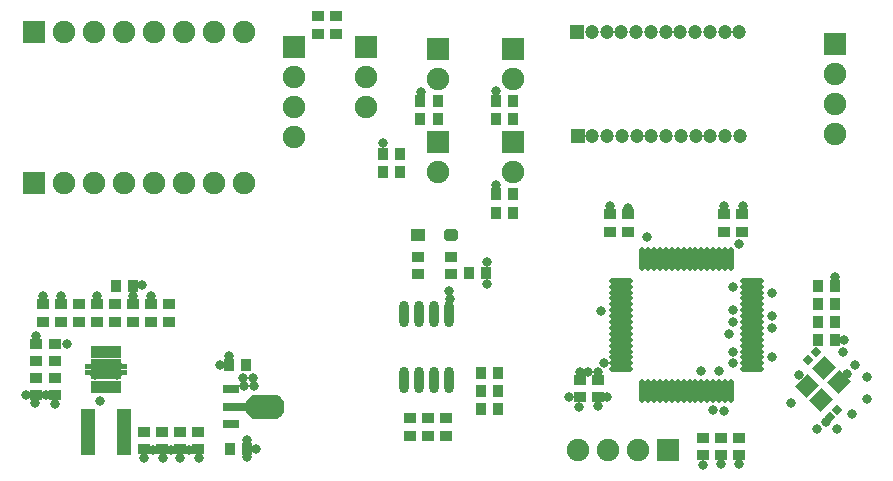
<source format=gts>
G04*
G04 #@! TF.GenerationSoftware,Altium Limited,Altium Designer,24.0.1 (36)*
G04*
G04 Layer_Color=8388736*
%FSLAX44Y44*%
%MOMM*%
G71*
G04*
G04 #@! TF.SameCoordinates,5B0ED70E-373C-42BA-93D7-FD99D67A1B07*
G04*
G04*
G04 #@! TF.FilePolarity,Negative*
G04*
G01*
G75*
%ADD35R,1.0532X0.9532*%
%ADD36R,0.9532X1.0532*%
%ADD37O,0.8128X2.2352*%
%ADD38O,0.5032X2.0032*%
%ADD39O,2.0032X0.5032*%
%ADD40R,1.2032X1.0032*%
G04:AMPARAMS|DCode=41|XSize=1.2032mm|YSize=1.0032mm|CornerRadius=0mm|HoleSize=0mm|Usage=FLASHONLY|Rotation=0.000|XOffset=0mm|YOffset=0mm|HoleType=Round|Shape=Octagon|*
%AMOCTAGOND41*
4,1,8,0.6016,-0.2508,0.6016,0.2508,0.3508,0.5016,-0.3508,0.5016,-0.6016,0.2508,-0.6016,-0.2508,-0.3508,-0.5016,0.3508,-0.5016,0.6016,-0.2508,0.0*
%
%ADD41OCTAGOND41*%

G04:AMPARAMS|DCode=42|XSize=1.5032mm|YSize=1.4032mm|CornerRadius=0mm|HoleSize=0mm|Usage=FLASHONLY|Rotation=225.000|XOffset=0mm|YOffset=0mm|HoleType=Round|Shape=Rectangle|*
%AMROTATEDRECTD42*
4,1,4,0.0354,1.0276,1.0276,0.0354,-0.0354,-1.0276,-1.0276,-0.0354,0.0354,1.0276,0.0*
%
%ADD42ROTATEDRECTD42*%

%ADD43P,0.9945X4X90.0*%
%ADD44R,0.5032X1.0032*%
%ADD45R,2.6032X1.7232*%
%ADD46R,1.3032X3.9032*%
G04:AMPARAMS|DCode=47|XSize=2.0032mm|YSize=3.2032mm|CornerRadius=0mm|HoleSize=0mm|Usage=FLASHONLY|Rotation=90.000|XOffset=0mm|YOffset=0mm|HoleType=Round|Shape=Octagon|*
%AMOCTAGOND47*
4,1,8,-1.6016,-0.5008,-1.6016,0.5008,-1.1008,1.0016,1.1008,1.0016,1.6016,0.5008,1.6016,-0.5008,1.1008,-1.0016,-1.1008,-1.0016,-1.6016,-0.5008,0.0*
%
%ADD47OCTAGOND47*%

%ADD48R,1.4032X0.8032*%
%ADD49R,2.3032X0.8032*%
%ADD50R,1.9032X1.9032*%
%ADD51C,1.9032*%
%ADD52C,1.2032*%
%ADD53R,1.2032X1.2032*%
%ADD54C,0.8032*%
G36*
X597570Y839188D02*
X597665Y839159D01*
X597754Y839112D01*
X597831Y839048D01*
X597894Y838971D01*
X597942Y838883D01*
X597971Y838787D01*
X597980Y838687D01*
Y835599D01*
X602518D01*
X602618Y835589D01*
X602714Y835560D01*
X602802Y835512D01*
X602879Y835449D01*
X602943Y835372D01*
X602990Y835283D01*
X603019Y835188D01*
X603029Y835088D01*
Y832088D01*
X603019Y831988D01*
X602990Y831893D01*
X602943Y831804D01*
X602879Y831727D01*
X602802Y831664D01*
X602714Y831616D01*
X602618Y831587D01*
X602518Y831578D01*
X597980D01*
Y830599D01*
X602518D01*
X602618Y830589D01*
X602714Y830560D01*
X602802Y830512D01*
X602879Y830449D01*
X602943Y830372D01*
X602990Y830283D01*
X603019Y830188D01*
X603029Y830088D01*
Y827088D01*
X603019Y826988D01*
X602990Y826893D01*
X602943Y826804D01*
X602879Y826727D01*
X602802Y826664D01*
X602714Y826616D01*
X602618Y826587D01*
X602518Y826578D01*
X597980D01*
Y823488D01*
X597971Y823388D01*
X597942Y823292D01*
X597894Y823204D01*
X597831Y823127D01*
X597754Y823063D01*
X597665Y823016D01*
X597570Y822987D01*
X597470Y822977D01*
X576518D01*
X576516Y822977D01*
X573470D01*
X573370Y822987D01*
X573275Y823016D01*
X573186Y823063D01*
X573109Y823127D01*
X573046Y823204D01*
X572998Y823292D01*
X572969Y823388D01*
X572960Y823488D01*
Y826578D01*
X568318D01*
X568218Y826587D01*
X568123Y826616D01*
X568035Y826664D01*
X567957Y826727D01*
X567894Y826804D01*
X567846Y826893D01*
X567817Y826988D01*
X567808Y827088D01*
Y830088D01*
X567817Y830188D01*
X567846Y830283D01*
X567894Y830372D01*
X567957Y830449D01*
X568035Y830512D01*
X568123Y830560D01*
X568218Y830589D01*
X568318Y830599D01*
X572960D01*
Y831578D01*
X568318D01*
X568218Y831587D01*
X568123Y831616D01*
X568035Y831664D01*
X567957Y831727D01*
X567894Y831804D01*
X567846Y831893D01*
X567817Y831988D01*
X567808Y832088D01*
Y835088D01*
X567817Y835188D01*
X567846Y835283D01*
X567894Y835372D01*
X567957Y835449D01*
X568035Y835512D01*
X568123Y835560D01*
X568218Y835589D01*
X568318Y835599D01*
X572960D01*
Y838687D01*
X572969Y838787D01*
X572998Y838883D01*
X573046Y838971D01*
X573109Y839048D01*
X573186Y839112D01*
X573275Y839159D01*
X573370Y839188D01*
X573470Y839198D01*
X597470D01*
X597570Y839188D01*
D02*
G37*
D35*
X764540Y1115430D02*
D03*
Y1129930D02*
D03*
X779780Y1115430D02*
D03*
Y1129930D02*
D03*
X877316Y911976D02*
D03*
Y926476D02*
D03*
X849376Y926476D02*
D03*
Y911976D02*
D03*
X858266Y789570D02*
D03*
Y775070D02*
D03*
X1123950Y947790D02*
D03*
Y962290D02*
D03*
X617728Y763386D02*
D03*
Y777886D02*
D03*
X632968Y763386D02*
D03*
Y777886D02*
D03*
X547370Y886090D02*
D03*
Y871590D02*
D03*
X562610Y886090D02*
D03*
Y871590D02*
D03*
X663448Y763386D02*
D03*
Y777886D02*
D03*
X648208Y763386D02*
D03*
Y777886D02*
D03*
X525780Y809360D02*
D03*
Y823860D02*
D03*
X542290Y809360D02*
D03*
Y823860D02*
D03*
Y852700D02*
D03*
Y838200D02*
D03*
X525780Y852700D02*
D03*
Y838200D02*
D03*
X638810Y871590D02*
D03*
Y886090D02*
D03*
X593090Y871590D02*
D03*
Y886090D02*
D03*
X532130Y871590D02*
D03*
Y886090D02*
D03*
X577850Y871590D02*
D03*
Y886090D02*
D03*
X623570Y871590D02*
D03*
Y886090D02*
D03*
X608330Y886090D02*
D03*
Y871590D02*
D03*
X1090930Y773060D02*
D03*
Y758560D02*
D03*
X843026Y789570D02*
D03*
Y775070D02*
D03*
X1121410Y773060D02*
D03*
Y758560D02*
D03*
X1106170Y773060D02*
D03*
Y758560D02*
D03*
X986282Y807836D02*
D03*
Y822336D02*
D03*
X1001522Y807836D02*
D03*
Y822336D02*
D03*
X873506Y789570D02*
D03*
Y775070D02*
D03*
X1027430Y962290D02*
D03*
Y947790D02*
D03*
X1012190Y962290D02*
D03*
Y947790D02*
D03*
X1108710D02*
D03*
Y962290D02*
D03*
D36*
X834136Y997966D02*
D03*
X819636D02*
D03*
X834136Y1013206D02*
D03*
X819636D02*
D03*
X866140Y1058164D02*
D03*
X851640D02*
D03*
X866140Y1042670D02*
D03*
X851640D02*
D03*
X930010Y1042924D02*
D03*
X915510D02*
D03*
X929894Y1058418D02*
D03*
X915394D02*
D03*
X929778Y979170D02*
D03*
X915278D02*
D03*
X929778Y963422D02*
D03*
X915278D02*
D03*
X907426Y912876D02*
D03*
X892926D02*
D03*
X917586Y812800D02*
D03*
X903086D02*
D03*
X1187820Y871220D02*
D03*
X1202320D02*
D03*
X689726Y834644D02*
D03*
X704226D02*
D03*
X704734Y763778D02*
D03*
X690234D02*
D03*
X607960Y901700D02*
D03*
X593460D02*
D03*
X1202320Y855980D02*
D03*
X1187820D02*
D03*
X917586Y828040D02*
D03*
X903086D02*
D03*
X917586Y797560D02*
D03*
X903086D02*
D03*
X1202320Y886460D02*
D03*
X1187820D02*
D03*
X1202320Y901700D02*
D03*
X1187820D02*
D03*
D37*
X876046Y877570D02*
D03*
X863346D02*
D03*
X850646D02*
D03*
X837946D02*
D03*
X876046Y821690D02*
D03*
X850646D02*
D03*
X837946D02*
D03*
X863346D02*
D03*
D38*
X1114460Y813180D02*
D03*
X1109460D02*
D03*
X1104460D02*
D03*
X1099460D02*
D03*
X1094460D02*
D03*
X1089460D02*
D03*
X1084460Y813180D02*
D03*
X1079460D02*
D03*
X1074460Y813180D02*
D03*
X1069460D02*
D03*
X1064460D02*
D03*
X1059460D02*
D03*
X1054460D02*
D03*
X1049460Y813180D02*
D03*
X1044460D02*
D03*
X1039460Y813180D02*
D03*
X1039460Y924180D02*
D03*
X1044460D02*
D03*
X1049460D02*
D03*
X1054460D02*
D03*
X1059460D02*
D03*
X1064460D02*
D03*
X1069460D02*
D03*
X1074460D02*
D03*
X1079460D02*
D03*
X1084460D02*
D03*
X1089460D02*
D03*
X1094460Y924180D02*
D03*
X1099460D02*
D03*
X1104460Y924180D02*
D03*
X1109460D02*
D03*
X1114460D02*
D03*
D39*
X1021460Y831180D02*
D03*
X1021460Y836180D02*
D03*
Y841180D02*
D03*
X1021460Y846180D02*
D03*
Y851180D02*
D03*
Y856180D02*
D03*
Y861180D02*
D03*
Y866180D02*
D03*
X1021460Y871180D02*
D03*
Y876180D02*
D03*
Y881180D02*
D03*
X1021460Y886180D02*
D03*
Y891180D02*
D03*
Y896180D02*
D03*
Y901180D02*
D03*
Y906180D02*
D03*
X1132714D02*
D03*
Y901180D02*
D03*
Y896180D02*
D03*
Y891180D02*
D03*
Y886180D02*
D03*
Y881180D02*
D03*
Y876180D02*
D03*
Y871180D02*
D03*
Y866180D02*
D03*
Y861180D02*
D03*
Y856180D02*
D03*
Y851180D02*
D03*
Y846180D02*
D03*
Y841180D02*
D03*
Y836180D02*
D03*
Y831180D02*
D03*
D40*
X849346Y944626D02*
D03*
D41*
X877346D02*
D03*
D42*
X1190726Y805375D02*
D03*
X1205575Y820224D02*
D03*
X1193554Y832245D02*
D03*
X1178705Y817396D02*
D03*
D43*
X1186314Y845446D02*
D03*
X1179950Y839082D02*
D03*
X1198238Y790568D02*
D03*
X1204602Y796932D02*
D03*
D44*
X575381Y816074D02*
D03*
X580380D02*
D03*
X585381D02*
D03*
X590380D02*
D03*
X595381D02*
D03*
Y846071D02*
D03*
X590380D02*
D03*
X585381D02*
D03*
X575381D02*
D03*
X580380D02*
D03*
D45*
X585470Y831088D02*
D03*
D46*
X600470Y777748D02*
D03*
X570470D02*
D03*
D47*
X720090Y799592D02*
D03*
D48*
X690898Y784592D02*
D03*
Y814592D02*
D03*
D49*
X695198Y799592D02*
D03*
D50*
X1061212Y762508D02*
D03*
X866140Y1102360D02*
D03*
Y1023620D02*
D03*
X929640Y1102360D02*
D03*
Y1023620D02*
D03*
X524510Y989280D02*
D03*
X1202690Y1106170D02*
D03*
X744220Y1103630D02*
D03*
X524510Y1116330D02*
D03*
X805434Y1104392D02*
D03*
D51*
X1035812Y762508D02*
D03*
X1010412D02*
D03*
X985012D02*
D03*
X866140Y1076960D02*
D03*
Y998220D02*
D03*
X929640Y1076960D02*
D03*
Y998220D02*
D03*
X702310Y989280D02*
D03*
X676910D02*
D03*
X651510D02*
D03*
X626110D02*
D03*
X600710D02*
D03*
X575310D02*
D03*
X549910D02*
D03*
X1202690Y1029970D02*
D03*
Y1055370D02*
D03*
Y1080770D02*
D03*
X744220Y1027430D02*
D03*
Y1052830D02*
D03*
Y1078230D02*
D03*
X702310Y1116330D02*
D03*
X676910D02*
D03*
X651510D02*
D03*
X626110D02*
D03*
X600710D02*
D03*
X575310D02*
D03*
X549910D02*
D03*
X805434Y1078992D02*
D03*
Y1053592D02*
D03*
D52*
X1109180Y1116330D02*
D03*
X996680D02*
D03*
X1009180D02*
D03*
X1021680D02*
D03*
X1034180D02*
D03*
X1046680D02*
D03*
X1059180D02*
D03*
X1071680D02*
D03*
X1084180D02*
D03*
X1096680D02*
D03*
X1121680D02*
D03*
X1109580Y1028700D02*
D03*
X997080D02*
D03*
X1009580D02*
D03*
X1022080D02*
D03*
X1034580D02*
D03*
X1047080D02*
D03*
X1059580D02*
D03*
X1072080D02*
D03*
X1084580D02*
D03*
X1097080D02*
D03*
X1122080D02*
D03*
D53*
X984180Y1116330D02*
D03*
X984580Y1028700D02*
D03*
D54*
X709930Y823722D02*
D03*
X701548Y823468D02*
D03*
X701802Y817118D02*
D03*
X1001522Y828802D02*
D03*
X986282D02*
D03*
X710438Y817118D02*
D03*
X1043686Y943102D02*
D03*
X1121410Y937514D02*
D03*
X1007110Y836422D02*
D03*
X1219641Y835219D02*
D03*
X1209414Y845446D02*
D03*
X1229868Y824992D02*
D03*
X1217168Y793496D02*
D03*
X1229868Y806196D02*
D03*
X1165098Y802894D02*
D03*
X1187196Y780796D02*
D03*
X1204468D02*
D03*
X1194562Y786892D02*
D03*
X1212850Y826770D02*
D03*
X1210310Y855980D02*
D03*
X1202182Y909066D02*
D03*
X1108710Y969518D02*
D03*
X1124712Y969264D02*
D03*
X1012190Y969010D02*
D03*
X1027684Y967994D02*
D03*
X1004570Y880640D02*
D03*
X585492Y831066D02*
D03*
X594636Y826240D02*
D03*
X576348Y826494D02*
D03*
X594382Y835638D02*
D03*
X576856Y835384D02*
D03*
X915416Y1067054D02*
D03*
X851916Y1066038D02*
D03*
X819912Y1022350D02*
D03*
X915162Y987552D02*
D03*
X1113028Y861060D02*
D03*
X1108666Y796036D02*
D03*
X1171956Y826008D02*
D03*
X1121156Y750570D02*
D03*
X1105916D02*
D03*
X1090930Y750316D02*
D03*
X1002030Y799846D02*
D03*
X1009650Y807466D02*
D03*
X977392Y807974D02*
D03*
X986028Y799592D02*
D03*
X876046Y897128D02*
D03*
X876300Y890270D02*
D03*
X908050Y903478D02*
D03*
X907542Y922020D02*
D03*
X625094Y763016D02*
D03*
X640080D02*
D03*
X655828Y762762D02*
D03*
X663956Y755650D02*
D03*
X648208D02*
D03*
X633222D02*
D03*
X617220Y756158D02*
D03*
X730647Y794257D02*
D03*
X721757Y794511D02*
D03*
X712359Y794257D02*
D03*
X730139Y804925D02*
D03*
X721503D02*
D03*
X712359Y805179D02*
D03*
X711962Y763778D02*
D03*
X704596Y756666D02*
D03*
X704850Y771652D02*
D03*
X682244Y835152D02*
D03*
X689610Y842264D02*
D03*
X542290Y801878D02*
D03*
X534162Y808990D02*
D03*
X517652Y809498D02*
D03*
X525382Y803004D02*
D03*
X623570Y893572D02*
D03*
X608330Y893318D02*
D03*
X615442Y902208D02*
D03*
X578104Y893064D02*
D03*
X532130D02*
D03*
X552656Y852678D02*
D03*
X526034Y859282D02*
D03*
X993648Y828802D02*
D03*
X547116Y892810D02*
D03*
X580136Y803910D02*
D03*
X1149600Y866174D02*
D03*
X1089472Y830072D02*
D03*
X1099448Y796288D02*
D03*
X1104472Y830072D02*
D03*
X1149606Y876168D02*
D03*
Y841168D02*
D03*
X1115822Y836192D02*
D03*
Y846192D02*
D03*
Y871192D02*
D03*
Y881192D02*
D03*
X1149606Y896168D02*
D03*
X1115822Y901192D02*
D03*
M02*

</source>
